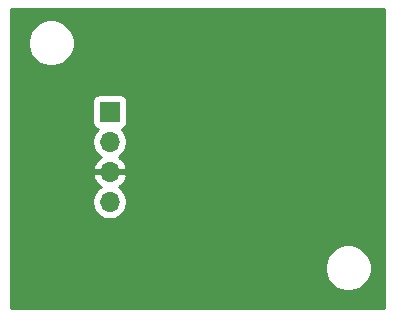
<source format=gbr>
%TF.GenerationSoftware,KiCad,Pcbnew,5.1.6-c6e7f7d~87~ubuntu18.04.1*%
%TF.CreationDate,2021-12-05T00:26:55-08:00*%
%TF.ProjectId,op-amp-low-side-current-sense,6f702d61-6d70-42d6-9c6f-772d73696465,rev?*%
%TF.SameCoordinates,Original*%
%TF.FileFunction,Copper,L2,Bot*%
%TF.FilePolarity,Positive*%
%FSLAX46Y46*%
G04 Gerber Fmt 4.6, Leading zero omitted, Abs format (unit mm)*
G04 Created by KiCad (PCBNEW 5.1.6-c6e7f7d~87~ubuntu18.04.1) date 2021-12-05 00:26:55*
%MOMM*%
%LPD*%
G01*
G04 APERTURE LIST*
%TA.AperFunction,ComponentPad*%
%ADD10O,1.700000X1.700000*%
%TD*%
%TA.AperFunction,ComponentPad*%
%ADD11R,1.700000X1.700000*%
%TD*%
%TA.AperFunction,ViaPad*%
%ADD12C,0.800000*%
%TD*%
%TA.AperFunction,Conductor*%
%ADD13C,0.254000*%
%TD*%
G04 APERTURE END LIST*
D10*
%TO.P,J2,4*%
%TO.N,/Vout*%
X152527000Y-100838000D03*
%TO.P,J2,3*%
%TO.N,GND*%
X152527000Y-98298000D03*
%TO.P,J2,2*%
%TO.N,+5V*%
X152527000Y-95758000D03*
D11*
%TO.P,J2,1*%
%TO.N,/LOAD_RETURN*%
X152527000Y-93218000D03*
%TD*%
D12*
%TO.N,GND*%
X157099000Y-99187000D03*
X158623000Y-99187000D03*
X164846000Y-94107000D03*
X157226000Y-94615000D03*
%TD*%
D13*
%TO.N,GND*%
G36*
X175743000Y-109830000D02*
G01*
X144170000Y-109830000D01*
X144170000Y-106230495D01*
X170735000Y-106230495D01*
X170735000Y-106621505D01*
X170811282Y-107005003D01*
X170960915Y-107366250D01*
X171178149Y-107691364D01*
X171454636Y-107967851D01*
X171779750Y-108185085D01*
X172140997Y-108334718D01*
X172524495Y-108411000D01*
X172915505Y-108411000D01*
X173299003Y-108334718D01*
X173660250Y-108185085D01*
X173985364Y-107967851D01*
X174261851Y-107691364D01*
X174479085Y-107366250D01*
X174628718Y-107005003D01*
X174705000Y-106621505D01*
X174705000Y-106230495D01*
X174628718Y-105846997D01*
X174479085Y-105485750D01*
X174261851Y-105160636D01*
X173985364Y-104884149D01*
X173660250Y-104666915D01*
X173299003Y-104517282D01*
X172915505Y-104441000D01*
X172524495Y-104441000D01*
X172140997Y-104517282D01*
X171779750Y-104666915D01*
X171454636Y-104884149D01*
X171178149Y-105160636D01*
X170960915Y-105485750D01*
X170811282Y-105846997D01*
X170735000Y-106230495D01*
X144170000Y-106230495D01*
X144170000Y-100691740D01*
X151042000Y-100691740D01*
X151042000Y-100984260D01*
X151099068Y-101271158D01*
X151211010Y-101541411D01*
X151373525Y-101784632D01*
X151580368Y-101991475D01*
X151823589Y-102153990D01*
X152093842Y-102265932D01*
X152380740Y-102323000D01*
X152673260Y-102323000D01*
X152960158Y-102265932D01*
X153230411Y-102153990D01*
X153473632Y-101991475D01*
X153680475Y-101784632D01*
X153842990Y-101541411D01*
X153954932Y-101271158D01*
X154012000Y-100984260D01*
X154012000Y-100691740D01*
X153954932Y-100404842D01*
X153842990Y-100134589D01*
X153680475Y-99891368D01*
X153473632Y-99684525D01*
X153291466Y-99562805D01*
X153408355Y-99493178D01*
X153624588Y-99298269D01*
X153798641Y-99064920D01*
X153923825Y-98802099D01*
X153968476Y-98654890D01*
X153847155Y-98425000D01*
X152654000Y-98425000D01*
X152654000Y-98445000D01*
X152400000Y-98445000D01*
X152400000Y-98425000D01*
X151206845Y-98425000D01*
X151085524Y-98654890D01*
X151130175Y-98802099D01*
X151255359Y-99064920D01*
X151429412Y-99298269D01*
X151645645Y-99493178D01*
X151762534Y-99562805D01*
X151580368Y-99684525D01*
X151373525Y-99891368D01*
X151211010Y-100134589D01*
X151099068Y-100404842D01*
X151042000Y-100691740D01*
X144170000Y-100691740D01*
X144170000Y-92368000D01*
X151038928Y-92368000D01*
X151038928Y-94068000D01*
X151051188Y-94192482D01*
X151087498Y-94312180D01*
X151146463Y-94422494D01*
X151225815Y-94519185D01*
X151322506Y-94598537D01*
X151432820Y-94657502D01*
X151505380Y-94679513D01*
X151373525Y-94811368D01*
X151211010Y-95054589D01*
X151099068Y-95324842D01*
X151042000Y-95611740D01*
X151042000Y-95904260D01*
X151099068Y-96191158D01*
X151211010Y-96461411D01*
X151373525Y-96704632D01*
X151580368Y-96911475D01*
X151762534Y-97033195D01*
X151645645Y-97102822D01*
X151429412Y-97297731D01*
X151255359Y-97531080D01*
X151130175Y-97793901D01*
X151085524Y-97941110D01*
X151206845Y-98171000D01*
X152400000Y-98171000D01*
X152400000Y-98151000D01*
X152654000Y-98151000D01*
X152654000Y-98171000D01*
X153847155Y-98171000D01*
X153968476Y-97941110D01*
X153923825Y-97793901D01*
X153798641Y-97531080D01*
X153624588Y-97297731D01*
X153408355Y-97102822D01*
X153291466Y-97033195D01*
X153473632Y-96911475D01*
X153680475Y-96704632D01*
X153842990Y-96461411D01*
X153954932Y-96191158D01*
X154012000Y-95904260D01*
X154012000Y-95611740D01*
X153954932Y-95324842D01*
X153842990Y-95054589D01*
X153680475Y-94811368D01*
X153548620Y-94679513D01*
X153621180Y-94657502D01*
X153731494Y-94598537D01*
X153828185Y-94519185D01*
X153907537Y-94422494D01*
X153966502Y-94312180D01*
X154002812Y-94192482D01*
X154015072Y-94068000D01*
X154015072Y-92368000D01*
X154002812Y-92243518D01*
X153966502Y-92123820D01*
X153907537Y-92013506D01*
X153828185Y-91916815D01*
X153731494Y-91837463D01*
X153621180Y-91778498D01*
X153501482Y-91742188D01*
X153377000Y-91729928D01*
X151677000Y-91729928D01*
X151552518Y-91742188D01*
X151432820Y-91778498D01*
X151322506Y-91837463D01*
X151225815Y-91916815D01*
X151146463Y-92013506D01*
X151087498Y-92123820D01*
X151051188Y-92243518D01*
X151038928Y-92368000D01*
X144170000Y-92368000D01*
X144170000Y-87180495D01*
X145589000Y-87180495D01*
X145589000Y-87571505D01*
X145665282Y-87955003D01*
X145814915Y-88316250D01*
X146032149Y-88641364D01*
X146308636Y-88917851D01*
X146633750Y-89135085D01*
X146994997Y-89284718D01*
X147378495Y-89361000D01*
X147769505Y-89361000D01*
X148153003Y-89284718D01*
X148514250Y-89135085D01*
X148839364Y-88917851D01*
X149115851Y-88641364D01*
X149333085Y-88316250D01*
X149482718Y-87955003D01*
X149559000Y-87571505D01*
X149559000Y-87180495D01*
X149482718Y-86796997D01*
X149333085Y-86435750D01*
X149115851Y-86110636D01*
X148839364Y-85834149D01*
X148514250Y-85616915D01*
X148153003Y-85467282D01*
X147769505Y-85391000D01*
X147378495Y-85391000D01*
X146994997Y-85467282D01*
X146633750Y-85616915D01*
X146308636Y-85834149D01*
X146032149Y-86110636D01*
X145814915Y-86435750D01*
X145665282Y-86796997D01*
X145589000Y-87180495D01*
X144170000Y-87180495D01*
X144170000Y-84480000D01*
X175743001Y-84480000D01*
X175743000Y-109830000D01*
G37*
X175743000Y-109830000D02*
X144170000Y-109830000D01*
X144170000Y-106230495D01*
X170735000Y-106230495D01*
X170735000Y-106621505D01*
X170811282Y-107005003D01*
X170960915Y-107366250D01*
X171178149Y-107691364D01*
X171454636Y-107967851D01*
X171779750Y-108185085D01*
X172140997Y-108334718D01*
X172524495Y-108411000D01*
X172915505Y-108411000D01*
X173299003Y-108334718D01*
X173660250Y-108185085D01*
X173985364Y-107967851D01*
X174261851Y-107691364D01*
X174479085Y-107366250D01*
X174628718Y-107005003D01*
X174705000Y-106621505D01*
X174705000Y-106230495D01*
X174628718Y-105846997D01*
X174479085Y-105485750D01*
X174261851Y-105160636D01*
X173985364Y-104884149D01*
X173660250Y-104666915D01*
X173299003Y-104517282D01*
X172915505Y-104441000D01*
X172524495Y-104441000D01*
X172140997Y-104517282D01*
X171779750Y-104666915D01*
X171454636Y-104884149D01*
X171178149Y-105160636D01*
X170960915Y-105485750D01*
X170811282Y-105846997D01*
X170735000Y-106230495D01*
X144170000Y-106230495D01*
X144170000Y-100691740D01*
X151042000Y-100691740D01*
X151042000Y-100984260D01*
X151099068Y-101271158D01*
X151211010Y-101541411D01*
X151373525Y-101784632D01*
X151580368Y-101991475D01*
X151823589Y-102153990D01*
X152093842Y-102265932D01*
X152380740Y-102323000D01*
X152673260Y-102323000D01*
X152960158Y-102265932D01*
X153230411Y-102153990D01*
X153473632Y-101991475D01*
X153680475Y-101784632D01*
X153842990Y-101541411D01*
X153954932Y-101271158D01*
X154012000Y-100984260D01*
X154012000Y-100691740D01*
X153954932Y-100404842D01*
X153842990Y-100134589D01*
X153680475Y-99891368D01*
X153473632Y-99684525D01*
X153291466Y-99562805D01*
X153408355Y-99493178D01*
X153624588Y-99298269D01*
X153798641Y-99064920D01*
X153923825Y-98802099D01*
X153968476Y-98654890D01*
X153847155Y-98425000D01*
X152654000Y-98425000D01*
X152654000Y-98445000D01*
X152400000Y-98445000D01*
X152400000Y-98425000D01*
X151206845Y-98425000D01*
X151085524Y-98654890D01*
X151130175Y-98802099D01*
X151255359Y-99064920D01*
X151429412Y-99298269D01*
X151645645Y-99493178D01*
X151762534Y-99562805D01*
X151580368Y-99684525D01*
X151373525Y-99891368D01*
X151211010Y-100134589D01*
X151099068Y-100404842D01*
X151042000Y-100691740D01*
X144170000Y-100691740D01*
X144170000Y-92368000D01*
X151038928Y-92368000D01*
X151038928Y-94068000D01*
X151051188Y-94192482D01*
X151087498Y-94312180D01*
X151146463Y-94422494D01*
X151225815Y-94519185D01*
X151322506Y-94598537D01*
X151432820Y-94657502D01*
X151505380Y-94679513D01*
X151373525Y-94811368D01*
X151211010Y-95054589D01*
X151099068Y-95324842D01*
X151042000Y-95611740D01*
X151042000Y-95904260D01*
X151099068Y-96191158D01*
X151211010Y-96461411D01*
X151373525Y-96704632D01*
X151580368Y-96911475D01*
X151762534Y-97033195D01*
X151645645Y-97102822D01*
X151429412Y-97297731D01*
X151255359Y-97531080D01*
X151130175Y-97793901D01*
X151085524Y-97941110D01*
X151206845Y-98171000D01*
X152400000Y-98171000D01*
X152400000Y-98151000D01*
X152654000Y-98151000D01*
X152654000Y-98171000D01*
X153847155Y-98171000D01*
X153968476Y-97941110D01*
X153923825Y-97793901D01*
X153798641Y-97531080D01*
X153624588Y-97297731D01*
X153408355Y-97102822D01*
X153291466Y-97033195D01*
X153473632Y-96911475D01*
X153680475Y-96704632D01*
X153842990Y-96461411D01*
X153954932Y-96191158D01*
X154012000Y-95904260D01*
X154012000Y-95611740D01*
X153954932Y-95324842D01*
X153842990Y-95054589D01*
X153680475Y-94811368D01*
X153548620Y-94679513D01*
X153621180Y-94657502D01*
X153731494Y-94598537D01*
X153828185Y-94519185D01*
X153907537Y-94422494D01*
X153966502Y-94312180D01*
X154002812Y-94192482D01*
X154015072Y-94068000D01*
X154015072Y-92368000D01*
X154002812Y-92243518D01*
X153966502Y-92123820D01*
X153907537Y-92013506D01*
X153828185Y-91916815D01*
X153731494Y-91837463D01*
X153621180Y-91778498D01*
X153501482Y-91742188D01*
X153377000Y-91729928D01*
X151677000Y-91729928D01*
X151552518Y-91742188D01*
X151432820Y-91778498D01*
X151322506Y-91837463D01*
X151225815Y-91916815D01*
X151146463Y-92013506D01*
X151087498Y-92123820D01*
X151051188Y-92243518D01*
X151038928Y-92368000D01*
X144170000Y-92368000D01*
X144170000Y-87180495D01*
X145589000Y-87180495D01*
X145589000Y-87571505D01*
X145665282Y-87955003D01*
X145814915Y-88316250D01*
X146032149Y-88641364D01*
X146308636Y-88917851D01*
X146633750Y-89135085D01*
X146994997Y-89284718D01*
X147378495Y-89361000D01*
X147769505Y-89361000D01*
X148153003Y-89284718D01*
X148514250Y-89135085D01*
X148839364Y-88917851D01*
X149115851Y-88641364D01*
X149333085Y-88316250D01*
X149482718Y-87955003D01*
X149559000Y-87571505D01*
X149559000Y-87180495D01*
X149482718Y-86796997D01*
X149333085Y-86435750D01*
X149115851Y-86110636D01*
X148839364Y-85834149D01*
X148514250Y-85616915D01*
X148153003Y-85467282D01*
X147769505Y-85391000D01*
X147378495Y-85391000D01*
X146994997Y-85467282D01*
X146633750Y-85616915D01*
X146308636Y-85834149D01*
X146032149Y-86110636D01*
X145814915Y-86435750D01*
X145665282Y-86796997D01*
X145589000Y-87180495D01*
X144170000Y-87180495D01*
X144170000Y-84480000D01*
X175743001Y-84480000D01*
X175743000Y-109830000D01*
%TD*%
M02*

</source>
